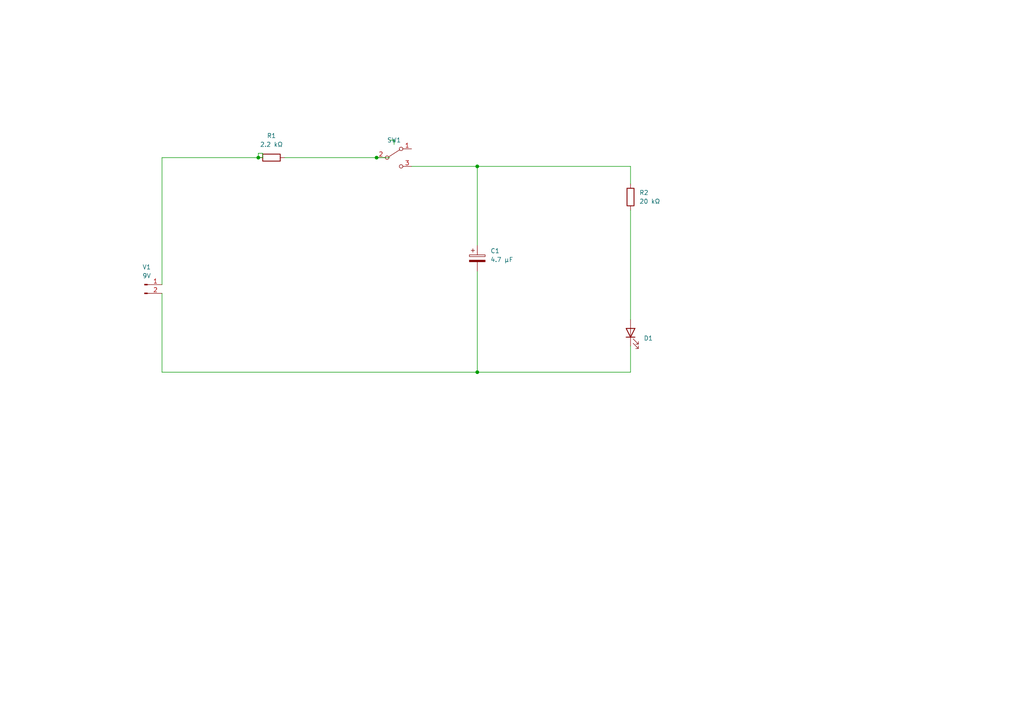
<source format=kicad_sch>
(kicad_sch (version 20211123) (generator eeschema)
  (paper "A4")
  (lib_symbols
    (symbol "Connector:Conn_01x02_Male" (pin_names (offset 1.016) hide)
      (property "Reference" "J" (at 0 2.54 0))
      (property "Value" "Conn_01x02_Male" (at 0 -5.08 0))
      (symbol "Conn_01x02_Male_1_1"
        (polyline (pts (xy 1.27 -2.54) (xy 0.8636 -2.54)) (stroke (width 0.1524)))
        (polyline (pts (xy 1.27 0) (xy 0.8636 0)) (stroke (width 0.1524)))
        (rectangle (start 0.8636 -2.413) (end 0 -2.667) (stroke (width 0.1524)) (fill (type outline)))
        (rectangle (start 0.8636 0.127) (end 0 -0.127) (stroke (width 0.1524)) (fill (type outline)))
        (pin passive line (at 5.08 0 180) (length 3.81) (name "Pin_1") (number "1"))
        (pin passive line (at 5.08 -2.54 180) (length 3.81) (name "Pin_2") (number "2"))
      )
    )
    (symbol "Device:C_Polarized" (pin_numbers hide) (pin_names (offset 0.254))
      (property "Reference" "C" (at 0.635 2.54 0))
      (property "Value" "C_Polarized" (at 0.635 -2.54 0))
      (symbol "C_Polarized_0_1"
        (rectangle (start -2.286 0.508) (end 2.286 1.016))
        (polyline (pts (xy -1.778 2.286) (xy -0.762 2.286)))
        (polyline (pts (xy -1.27 2.794) (xy -1.27 1.778)))
        (rectangle (start 2.286 -0.508) (end -2.286 -1.016) (fill (type outline)))
      )
      (symbol "C_Polarized_1_1"
        (pin passive line (at 0 3.81 270) (length 2.794) (name "~") (number "1"))
        (pin passive line (at 0 -3.81 90) (length 2.794) (name "~") (number "2"))
      )
    )
    (symbol "Device:LED" (pin_numbers hide) (pin_names (offset 1.016) hide)
      (property "Reference" "D" (at 0 2.54 0))
      (property "Value" "LED" (at 0 -2.54 0))
      (symbol "LED_0_1"
        (polyline (pts (xy -1.27 -1.27) (xy -1.27 1.27)) (stroke (width 0.254)))
        (polyline (pts (xy -1.27 0) (xy 1.27 0)))
        (polyline (pts (xy 1.27 -1.27) (xy 1.27 1.27) (xy -1.27 0) (xy 1.27 -1.27)) (stroke (width 0.254)))
        (polyline (pts (xy -3.048 -0.762) (xy -4.572 -2.286) (xy -3.81 -2.286) (xy -4.572 -2.286) (xy -4.572 -1.524)))
        (polyline (pts (xy -1.778 -0.762) (xy -3.302 -2.286) (xy -2.54 -2.286) (xy -3.302 -2.286) (xy -3.302 -1.524)))
      )
      (symbol "LED_1_1"
        (pin passive line (at -3.81 0 0) (length 2.54) (name "K") (number "1"))
        (pin passive line (at 3.81 0 180) (length 2.54) (name "A") (number "2"))
      )
    )
    (symbol "Device:R" (pin_numbers hide) (pin_names (offset 0))
      (property "Reference" "R" (at 2.032 0 90))
      (property "Value" "R" (at 0 0 90))
      (symbol "R_0_1"
        (rectangle (start -1.016 -2.54) (end 1.016 2.54) (stroke (width 0.254)))
      )
      (symbol "R_1_1"
        (pin passive line (at 0 3.81 270) (length 1.27) (name "~") (number "1"))
        (pin passive line (at 0 -3.81 90) (length 1.27) (name "~") (number "2"))
      )
    )
    (symbol "Switch:SW_SPDT" (pin_names (offset 0) hide)
      (property "Reference" "SW" (at 0 4.318 0))
      (property "Value" "SW_SPDT" (at 0 -5.08 0))
      (symbol "SW_SPDT_0_0"
        (circle (center -2.032 0) (radius 0.508))
        (circle (center 2.032 -2.54) (radius 0.508))
      )
      (symbol "SW_SPDT_0_1"
        (polyline (pts (xy -1.524 0.254) (xy 1.651 2.286)))
        (circle (center 2.032 2.54) (radius 0.508))
      )
      (symbol "SW_SPDT_1_1"
        (pin passive line (at 5.08 2.54 180) (length 2.54) (name "A") (number "1"))
        (pin passive line (at -5.08 0 0) (length 2.54) (name "B") (number "2"))
        (pin passive line (at 5.08 -2.54 180) (length 2.54) (name "C") (number "3"))
      )
    )
  )
  (junction (at 109.22 45.72))
  (junction (at 138.43 48.26))
  (junction (at 74.93 45.72))
  (junction (at 138.43 107.95))
  (wire (pts (xy 182.88 60.96) (xy 182.88 92.71)))
  (wire (pts (xy 119.38 48.26) (xy 138.43 48.26)))
  (wire (pts (xy 182.88 48.26) (xy 138.43 48.26)))
  (wire (pts (xy 74.93 45.72) (xy 76.2 45.72)))
  (wire (pts (xy 82.55 45.72) (xy 109.22 45.72)))
  (wire (pts (xy 76.2 44.45) (xy 74.93 44.45)))
  (wire (pts (xy 46.99 107.95) (xy 138.43 107.95)))
  (wire (pts (xy 113.03 40.64) (xy 114.3 40.64)))
  (wire (pts (xy 138.43 48.26) (xy 138.43 71.12)))
  (wire (pts (xy 182.88 100.33) (xy 182.88 107.95)))
  (wire (pts (xy 76.2 45.72) (xy 76.2 44.45)))
  (wire (pts (xy 46.99 45.72) (xy 74.93 45.72)))
  (wire (pts (xy 74.93 44.45) (xy 74.93 45.72)))
  (wire (pts (xy 138.43 78.74) (xy 138.43 107.95)))
  (wire (pts (xy 114.3 40.64) (xy 114.3 41.91)))
  (wire (pts (xy 46.99 85.09) (xy 46.99 107.95)))
  (wire (pts (xy 109.22 45.72) (xy 113.03 45.72)))
  (wire (pts (xy 182.88 53.34) (xy 182.88 48.26)))
  (wire (pts (xy 138.43 107.95) (xy 182.88 107.95)))
  (wire (pts (xy 46.99 82.55) (xy 46.99 45.72)))
  (symbol (lib_id "Device:R") (at 182.88 57.15 0) (unit 1)
    (property "Reference" "R2" (at 185.42 55.8799 0) (effects (justify left)))
    (property "Value" "20 kΩ" (at 185.42 58.4199 0) (effects (justify left)))
  )
  (symbol (lib_id "Switch:SW_SPDT") (at 114.3 45.72 0) (unit 1)
    (property "Reference" "SW1" (at 114.3 40.64 0))
    (property "Value" "SW1" (effects hide))
  )
  (symbol (lib_id "Connector:Conn_01x02_Male") (at 41.91 82.55 0) (unit 1)
    (property "Reference" "V1" (at 42.545 77.47 0))
    (property "Value" "9V" (at 42.545 80.01 0))
  )
  (symbol (lib_id "Device:C_Polarized") (at 138.43 74.93 0) (unit 1)
    (property "Reference" "C1" (at 142.24 72.7709 0) (effects (justify left)))
    (property "Value" "4.7 µF" (at 142.24 75.3109 0) (effects (justify left)))
  )
  (symbol (lib_id "Device:R") (at 78.74 45.72 270) (unit 1)
    (property "Reference" "R1" (at 78.74 39.37 90))
    (property "Value" "2.2 kΩ" (at 78.74 41.91 90))
  )
  (symbol (lib_id "Device:LED") (at 182.88 96.52 90) (unit 1)
    (property "Reference" "D1" (at 186.69 98.1074 90) (effects (justify right)))
    (property "Value" "LED" (effects hide))
  )
)
</source>
